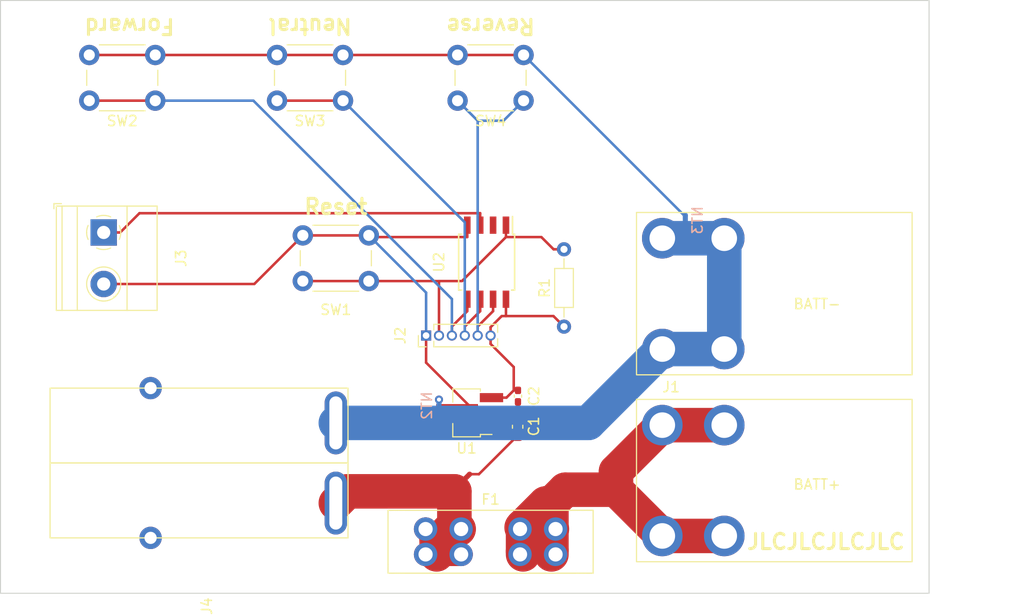
<source format=kicad_pcb>
(kicad_pcb (version 20211014) (generator pcbnew)
  (layers (0 "F.Cu" signal) (31 "B.Cu" signal) (34 "B.Paste" user) (35 "F.Paste" user) (36 "B.SilkS" user "B.Silkscreen") (37 "F.SilkS" user "F.Silkscreen") (38 "B.Mask" user) (39 "F.Mask" user) (44 "Edge.Cuts" user))
  (net 0 "")
  (net 1 "+BATT")
  (net 2 "-BATT")
  (net 4 "Net-(J2-Pad2)")
  (net 5 "Net-(C2-Pad2)")
  (net 6 "/Fused BATT+")
  (net 7 "/Low Current Ground")
  (net 8 "/Low Current +")
  (net 9 "Net-(J2-Pad3)")
  (net 10 "Net-(J2-Pad4)")
  (net 11 "Net-(J2-Pad5)")
  (net 12 "Net-(J3-Pad1)")
  (net 13 "Net-(SW2-Pad2)")
  (footprint "NetTie:NetTie-2_SMD_Pad0.5mm" (layer "F.Cu") (at 152.5204 118.1578 -135)
    (fp_text reference "NT1" hide)
    (fp_text value "NetTie_2")
    (fp_poly (pts (xy -0.5 -0.25) (xy 0.5 -0.25) (xy 0.5 0.25) (xy -0.5 0.25)) (layer "F.Cu") (width 0) (fill solid))
    (pad "1" smd circle (at -0.5 0 225) (size 0.5 0.5) (layers "F.Cu") (net 8 "/Low Current +"))
    (pad "2" smd circle (at 0.5 0 225) (size 0.5 0.5) (layers "F.Cu") (net 6 "/Fused BATT+"))
  )
  (footprint "Button_Switch_THT:SW_PUSH_6mm" (layer "F.Cu") (at 142.95 98.77 180)
    (fp_text reference "SW1" (at 3.25 -2.83) (layer "F.SilkS"))
    (fp_text value "SW_Reset")
    (fp_line (start 1 5.5) (end 5.5 5.5) (layer "F.SilkS") (width 0.12))
    (fp_line (start -0.25 1.5) (end -0.25 3) (layer "F.SilkS") (width 0.12))
    (fp_line (start 5.5 -1) (end 1 -1) (layer "F.SilkS") (width 0.12))
    (fp_line (start 6.75 3) (end 6.75 1.5) (layer "F.SilkS") (width 0.12))
    (pad "1" thru_hole circle (at 0 0 270) (size 2 2) (drill 1.1) (layers *.Cu *.Mask) (net 4 "Net-(J2-Pad2)"))
    (pad "1" thru_hole circle (at 6.5 0 270) (size 2 2) (drill 1.1) (layers *.Cu *.Mask) (net 4 "Net-(J2-Pad2)"))
    (pad "2" thru_hole circle (at 0 4.5 270) (size 2 2) (drill 1.1) (layers *.Cu *.Mask) (net 7 "/Low Current Ground"))
    (pad "2" thru_hole circle (at 6.5 4.5 270) (size 2 2) (drill 1.1) (layers *.Cu *.Mask) (net 7 "/Low Current Ground"))
  )
  (footprint "CustomLibrary:PP44_2x1_Horizontal" (layer "F.Cu") (at 139.7 120.65 90)
    (fp_text reference "J4" (at -10.16 -12.7 90 unlocked) (layer "F.SilkS"))
    (fp_text value "Conn_01x02_Male")
    (fp_rect (start -3.43 1.2) (end 3.95 -28.14) (layer "F.SilkS") (width 0.12) (fill none))
    (fp_rect (start 3.95 1.2) (end 11.33 -28.14) (layer "F.SilkS") (width 0.12) (fill none))
    (pad "" np_thru_hole circle (at -3.43 -18.24 90) (size 2.2 2.2) (drill 1.2) (layers F&B.Cu *.Mask))
    (pad "" np_thru_hole circle (at 11.33 -18.24 90) (size 2.2 2.2) (drill 1.2) (layers F&B.Cu *.Mask))
    (pad "1" thru_hole oval (at 0 0 90) (size 6.2 2.2) (drill oval 5.23 1.27) (layers *.Cu *.Mask) (net 6 "/Fused BATT+"))
    (pad "2" thru_hole oval (at 7.9 0 90) (size 6.2 2.2) (drill oval 5.23 1.27) (layers *.Cu *.Mask) (net 2 "-BATT"))
  )
  (footprint "TerminalBlock_Phoenix:TerminalBlock_Phoenix_MKDS-1,5-2-5.08_1x02_P5.08mm_Horizontal" (layer "F.Cu") (at 116.84 93.98 -90)
    (fp_text reference "J3" (at 2.54 -7.62 90) (layer "F.SilkS"))
    (fp_text value "Conn_01x02_Male")
    (fp_line (start -2.6 4.66) (end 7.68 4.66) (layer "F.SilkS") (width 0.12))
    (fp_line (start -2.84 4.9) (end -2.34 4.9) (layer "F.SilkS") (width 0.12))
    (fp_line (start 6.15 -1.275) (end 6.115 -1.239) (layer "F.SilkS") (width 0.12))
    (fp_line (start -2.84 4.16) (end -2.84 4.9) (layer "F.SilkS") (width 0.12))
    (fp_line (start -2.6 4.1) (end 7.68 4.1) (layer "F.SilkS") (width 0.12))
    (fp_line (start 6.355 -1.069) (end 6.308 -1.023) (layer "F.SilkS") (width 0.12))
    (fp_line (start -2.6 2.6) (end 7.68 2.6) (layer "F.SilkS") (width 0.12))
    (fp_line (start -2.6 -2.301) (end 7.68 -2.301) (layer "F.SilkS") (width 0.12))
    (fp_line (start -2.6 -5.261) (end -2.6 4.66) (layer "F.SilkS") (width 0.12))
    (fp_line (start 3.853 1.023) (end 3.806 1.069) (layer "F.SilkS") (width 0.12))
    (fp_line (start -2.6 -5.261) (end 7.68 -5.261) (layer "F.SilkS") (width 0.12))
    (fp_line (start 4.046 1.239) (end 4.011 1.274) (layer "F.SilkS") (width 0.12))
    (fp_line (start 7.68 -5.261) (end 7.68 4.66) (layer "F.SilkS") (width 0.12))
    (fp_arc (start 1.535427 -0.683042) (mid 1.680501 0.000524) (end 1.535 0.684) (layer "F.SilkS") (width 0.12))
    (fp_arc (start -1.535427 0.683042) (mid -1.680501 -0.000524) (end -1.535 -0.684) (layer "F.SilkS") (width 0.12))
    (fp_arc (start -0.683042 -1.535427) (mid 0.000524 -1.680501) (end 0.684 -1.535) (layer "F.SilkS") (width 0.12))
    (fp_arc (start 0.683318 1.534756) (mid 0.349292 1.643288) (end 0 1.68) (layer "F.SilkS") (width 0.12))
    (fp_arc (start 0.028805 1.680253) (mid -0.335551 1.646659) (end -0.684 1.535) (layer "F.SilkS") (width 0.12))
    (fp_circle (center 5.08 0) (end 6.76 0) (layer "F.SilkS") (width 0.12) (fill none))
    (pad "1" thru_hole rect (at 0 0 270) (size 2.6 2.6) (drill 1.3) (layers *.Cu *.Mask) (net 12 "Net-(J3-Pad1)"))
    (pad "2" thru_hole circle (at 5.08 0 270) (size 2.6 2.6) (drill 1.3) (layers *.Cu *.Mask) (net 7 "/Low Current Ground"))
  )
  (footprint "Capacitor_SMD:C_0603_1608Metric_Pad1.08x0.95mm_HandSolder" (layer "F.Cu") (at 157.6046 113.1281 -90)
    (fp_text reference "C1" (at -0.042891 -1.595782 90) (layer "F.SilkS"))
    (fp_text value "0.33uF")
    (fp_line (start -0.146267 0.51) (end 0.146267 0.51) (layer "F.SilkS") (width 0.12))
    (fp_line (start -0.146267 -0.51) (end 0.146267 -0.51) (layer "F.SilkS") (width 0.12))
    (pad "1" smd roundrect (at -0.8625 0 270) (size 1.075 0.95) (layers "F.Cu" "F.Paste" "F.Mask") (net 7 "/Low Current Ground"))
    (pad "2" smd roundrect (at 0.8625 0 270) (size 1.075 0.95) (layers "F.Cu" "F.Paste" "F.Mask") (net 8 "/Low Current +"))
  )
  (footprint "Resistor_THT:R_Axial_DIN0204_L3.6mm_D1.6mm_P7.62mm_Horizontal" (layer "F.Cu") (at 162.17 103.26 90)
    (fp_text reference "R1" (at 3.81 -1.92 90) (layer "F.SilkS"))
    (fp_text value "R_200K")
    (fp_line (start 0.94 0) (end 1.89 0) (layer "F.SilkS") (width 0.12))
    (fp_line (start 5.73 -0.92) (end 1.89 -0.92) (layer "F.SilkS") (width 0.12))
    (fp_line (start 5.73 0.92) (end 5.73 -0.92) (layer "F.SilkS") (width 0.12))
    (fp_line (start 1.89 0.92) (end 5.73 0.92) (layer "F.SilkS") (width 0.12))
    (fp_line (start 1.89 -0.92) (end 1.89 0.92) (layer "F.SilkS") (width 0.12))
    (fp_line (start 6.68 0) (end 5.73 0) (layer "F.SilkS") (width 0.12))
    (pad "1" thru_hole circle (at 0 0 90) (size 1.4 1.4) (drill 0.7) (layers *.Cu *.Mask) (net 5 "Net-(C2-Pad2)"))
    (pad "2" thru_hole oval (at 7.62 0 90) (size 1.4 1.4) (drill 0.7) (layers *.Cu *.Mask) (net 4 "Net-(J2-Pad2)"))
  )
  (footprint "CustomLibrary:MINI_HORIZONTAL_POWER_CLAW" (layer "F.Cu") (at 171.85 123.89)
    (fp_text reference "J1" (at 0.87 -14.67 unlocked) (layer "F.SilkS"))
    (fp_text value "Conn_01x02_Male")
    (fp_text user "BATT-" (at 15.24 -22.86 unlocked) (layer "F.SilkS"))
    (fp_text user "BATT+" (at 15.24 -5.08 unlocked) (layer "F.SilkS"))
    (fp_rect (start -2.54 -31.88) (end 24.6 -15.88) (layer "F.SilkS") (width 0.12) (fill none))
    (fp_rect (start -2.54 -13.46) (end 24.6 2.54) (layer "F.SilkS") (width 0.12) (fill none))
    (pad "1" thru_hole circle (at 0 0) (size 4 4) (drill 2.52) (layers *.Cu *.Mask) (net 1 "+BATT"))
    (pad "1" thru_hole circle (at 0 -10.92) (size 4 4) (drill 2.52) (layers *.Cu *.Mask) (net 1 "+BATT"))
    (pad "1" thru_hole circle (at 6.1 0) (size 4 4) (drill 2.52) (layers *.Cu *.Mask) (net 1 "+BATT"))
    (pad "1" thru_hole circle (at 6.1 -10.92) (size 4 4) (drill 2.52) (layers *.Cu *.Mask) (net 1 "+BATT"))
    (pad "2" thru_hole circle (at 0 -18.42) (size 4 4) (drill 2.52) (layers *.Cu *.Mask) (net 2 "-BATT"))
    (pad "2" thru_hole circle (at 6.1 -18.42) (size 4 4) (drill 2.52) (layers *.Cu *.Mask) (net 2 "-BATT"))
    (pad "2" thru_hole circle (at 6.1 -29.34) (size 4 4) (drill 2.52) (layers *.Cu *.Mask) (net 2 "-BATT"))
    (pad "2" thru_hole circle (at 0 -29.34) (size 4 4) (drill 2.52) (layers *.Cu *.Mask) (net 2 "-BATT"))
  )
  (footprint "Package_TO_SOT_SMD:SOT-89-3_Handsoldering" (layer "F.Cu") (at 152.8775 111.76 180)
    (fp_text reference "U1" (at 0.3 -3.5) (layer "F.SilkS"))
    (fp_text value "uA7805")
    (fp_line (start -2.2 -2.13) (end -1.06 -2.13) (layer "F.SilkS") (width 0.12))
    (fp_line (start 1.66 -2.36) (end 1.66 -1.05) (layer "F.SilkS") (width 0.12))
    (fp_line (start -1.06 -2.36) (end 1.66 -2.36) (layer "F.SilkS") (width 0.12))
    (fp_line (start 1.66 2.36) (end -1.06 2.36) (layer "F.SilkS") (width 0.12))
    (fp_line (start -1.06 2.36) (end -1.06 2.13) (layer "F.SilkS") (width 0.12))
    (fp_line (start 1.66 1.05) (end 1.66 2.36) (layer "F.SilkS") (width 0.12))
    (fp_line (start -1.06 -2.36) (end -1.06 -2.13) (layer "F.SilkS") (width 0.12))
    (pad "1" smd rect (at -2.15 -1.5 180) (size 2.3 0.9) (layers "F.Cu" "F.Paste" "F.Mask") (net 8 "/Low Current +"))
    (pad "2" smd custom (at -2.0625 0 180) (size 2.475 0.9) (layers "F.Cu" "F.Paste" "F.Mask") (net 7 "/Low Current Ground") (options (clearance outline) (anchor rect)) (primitives (gr_poly (pts (xy 5.3625 0.8665) (xy 1.2375 0.8665) (xy 1.2375 -0.8665) (xy 5.3625 -0.8665)) (width 0) (fill yes))))
    (pad "3" smd rect (at -2.15 1.5 180) (size 2.3 0.9) (layers "F.Cu" "F.Paste" "F.Mask") (net 5 "Net-(C2-Pad2)"))
  )
  (footprint "Button_Switch_THT:SW_PUSH_6mm" (layer "F.Cu") (at 140.41 80.99 180)
    (fp_text reference "SW3" (at 3.25 -2) (layer "F.SilkS"))
    (fp_text value "SW_Push")
    (fp_line (start -0.25 1.5) (end -0.25 3) (layer "F.SilkS") (width 0.12))
    (fp_line (start 6.75 3) (end 6.75 1.5) (layer "F.SilkS") (width 0.12))
    (fp_line (start 5.5 -1) (end 1 -1) (layer "F.SilkS") (width 0.12))
    (fp_line (start 1 5.5) (end 5.5 5.5) (layer "F.SilkS") (width 0.12))
    (pad "1" thru_hole circle (at 6.5 0 270) (size 2 2) (drill 1.1) (layers *.Cu *.Mask) (net 10 "Net-(J2-Pad4)"))
    (pad "1" thru_hole circle (at 0 0 270) (size 2 2) (drill 1.1) (layers *.Cu *.Mask) (net 10 "Net-(J2-Pad4)"))
    (pad "2" thru_hole circle (at 6.5 4.5 270) (size 2 2) (drill 1.1) (layers *.Cu *.Mask) (net 13 "Net-(SW2-Pad2)"))
    (pad "2" thru_hole circle (at 0 4.5 270) (size 2 2) (drill 1.1) (layers *.Cu *.Mask) (net 13 "Net-(SW2-Pad2)"))
  )
  (footprint "Package_SO:SOIC-8W_5.3x5.3mm_P1.27mm" (layer "F.Cu") (at 154.55 96.91 -90)
    (fp_text reference "U2" (at 0 4.69 90) (layer "F.SilkS"))
    (fp_text value "ATtiny85-20S")
    (fp_line (start -2.75 -2.755) (end -2.75 -2.55) (layer "F.SilkS") (width 0.15))
    (fp_line (start 2.75 2.755) (end 2.75 2.455) (layer "F.SilkS") (width 0.15))
    (fp_line (start -2.75 -2.755) (end 2.75 -2.755) (layer "F.SilkS") (width 0.15))
    (fp_line (start -2.75 2.755) (end -2.75 2.455) (layer "F.SilkS") (width 0.15))
    (fp_line (start 2.75 -2.755) (end 2.75 -2.455) (layer "F.SilkS") (width 0.15))
    (fp_line (start -2.75 2.755) (end 2.75 2.755) (layer "F.SilkS") (width 0.15))
    (fp_line (start -2.75 -2.55) (end -4.5 -2.55) (layer "F.SilkS") (width 0.15))
    (pad "1" smd rect (at -3.65 -1.905 270) (size 1.7 0.65) (layers "F.Cu" "F.Paste" "F.Mask") (net 4 "Net-(J2-Pad2)"))
    (pad "2" smd rect (at -3.65 -0.635 270) (size 1.7 0.65) (layers "F.Cu" "F.Paste" "F.Mask"))
    (pad "3" smd rect (at -3.65 0.635 270) (size 1.7 0.65) (layers "F.Cu" "F.Paste" "F.Mask") (net 12 "Net-(J3-Pad1)"))
    (pad "4" smd rect (at -3.65 1.905 270) (size 1.7 0.65) (layers "F.Cu" "F.Paste" "F.Mask") (net 7 "/Low Current Ground"))
    (pad "5" smd rect (at 3.65 1.905 270) (size 1.7 0.65) (layers "F.Cu" "F.Paste" "F.Mask") (net 9 "Net-(J2-Pad3)"))
    (pad "6" smd rect (at 3.65 0.635 270) (size 1.7 0.65) (layers "F.Cu" "F.Paste" "F.Mask") (net 10 "Net-(J2-Pad4)"))
    (pad "7" smd rect (at 3.65 -0.635 270) (size 1.7 0.65) (layers "F.Cu" "F.Paste" "F.Mask") (net 11 "Net-(J2-Pad5)"))
    (pad "8" smd rect (at 3.65 -1.905 270) (size 1.7 0.65) (layers "F.Cu" "F.Paste" "F.Mask") (net 5 "Net-(C2-Pad2)"))
  )
  (footprint "CustomLibrary:Fuseholder_Littelfuse_Style_ATO_Blade" (layer "F.Cu") (at 161.34 125.71 180)
    (fp_text reference "F1" (at 6.4 5.413231 unlocked) (layer "F.SilkS"))
    (fp_text value "Fuse Holder")
    (fp_rect (start -3.7 -1.85) (end 16.5 4.35) (layer "F.SilkS") (width 0.12) (fill none))
    (pad "" np_thru_hole circle (at 6.4 1.25 180) (size 2.5 2.5) (drill 2.5) (layers F&B.Cu *.Mask))
    (pad "" np_thru_hole oval (at 15.4 1.25 180) (size 2 6) (drill oval 2 6) (layers F&B.Cu *.Mask))
    (pad "" np_thru_hole oval (at -2.54 1.25 180) (size 2 6) (drill oval 2 6) (layers F&B.Cu *.Mask))
    (pad "1" thru_hole circle (at 3.5 0 180) (size 2.3 2.3) (drill 1.4) (layers *.Cu *.Mask) (net 1 "+BATT"))
    (pad "1" thru_hole circle (at 0 2.5 180) (size 2.3 2.3) (drill 1.4) (layers *.Cu *.Mask) (net 1 "+BATT"))
    (pad "1" thru_hole circle (at 3.5 2.5 180) (size 2.3 2.3) (drill 1.4) (layers *.Cu *.Mask) (net 1 "+BATT"))
    (pad "1" thru_hole circle (at 0 0 180) (size 2.3 2.3) (drill 1.4) (layers *.Cu *.Mask) (net 1 "+BATT"))
    (pad "2" thru_hole circle (at 12.8 0 180) (size 2.3 2.3) (drill 1.4) (layers *.Cu *.Mask) (net 6 "/Fused BATT+"))
    (pad "2" thru_hole circle (at 12.8 2.5 180) (size 2.3 2.3) (drill 1.4) (layers *.Cu *.Mask) (net 6 "/Fused BATT+"))
    (pad "2" thru_hole circle (at 9.3 2.5 180) (size 2.3 2.3) (drill 1.4) (layers *.Cu *.Mask) (net 6 "/Fused BATT+"))
    (pad "2" thru_hole circle (at 9.3 0 180) (size 2.3 2.3) (drill 1.4) (layers *.Cu *.Mask) (net 6 "/Fused BATT+"))
  )
  (footprint "Capacitor_SMD:C_0402_1005Metric_Pad0.74x0.62mm_HandSolder" (layer "F.Cu") (at 157.6354 110.1093 90)
    (fp_text reference "C2" (at 0 1.579618 90) (layer "F.SilkS"))
    (fp_text value "0.1uF")
    (fp_line (start -0.115835 0.36) (end 0.115835 0.36) (layer "F.SilkS") (width 0.12))
    (fp_line (start -0.115835 -0.36) (end 0.115835 -0.36) (layer "F.SilkS") (width 0.12))
    (pad "1" smd roundrect (at -0.5675 0 90) (size 0.735 0.62) (layers "F.Cu" "F.Paste" "F.Mask") (net 7 "/Low Current Ground"))
    (pad "2" smd roundrect (at 0.5675 0 90) (size 0.735 0.62) (layers "F.Cu" "F.Paste" "F.Mask") (net 5 "Net-(C2-Pad2)"))
  )
  (footprint "Connector_PinHeader_1.27mm:PinHeader_1x06_P1.27mm_Vertical" (layer "F.Cu") (at 148.59 104.14 90)
    (fp_text reference "J2" (at 0 -2.54 90) (layer "F.SilkS"))
    (fp_text value "Programming_Header")
    (fp_line (start 1.11 0.76) (end 1.11 7.045) (layer "F.SilkS") (width 0.12))
    (fp_line (start -1.11 0.76) (end -0.563471 0.76) (layer "F.SilkS") (width 0.12))
    (fp_line (start -1.11 0) (end -1.11 -0.76) (layer "F.SilkS") (width 0.12))
    (fp_line (start -1.11 7.045) (end -0.30753 7.045) (layer "F.SilkS") (width 0.12))
    (fp_line (start 0.30753 7.045) (end 1.11 7.045) (layer "F.SilkS") (width 0.12))
    (fp_line (start 0.563471 0.76) (end 1.11 0.76) (layer "F.SilkS") (width 0.12))
    (fp_line (start -1.11 0.76) (end -1.11 7.045) (layer "F.SilkS") (width 0.12))
    (fp_line (start -1.11 -0.76) (end 0 -0.76) (layer "F.SilkS") (width 0.12))
    (pad "1" thru_hole rect (at 0 0 90) (size 1 1) (drill 0.65) (layers *.Cu *.Mask) (net 7 "/Low Current Ground"))
    (pad "2" thru_hole oval (at 0 1.27 90) (size 1 1) (drill 0.65) (layers *.Cu *.Mask) (net 4 "Net-(J2-Pad2)"))
    (pad "3" thru_hole oval (at 0 2.54 90) (size 1 1) (drill 0.65) (layers *.Cu *.Mask) (net 9 "Net-(J2-Pad3)"))
    (pad "4" thru_hole oval (at 0 3.81 90) (size 1 1) (drill 0.65) (layers *.Cu *.Mask) (net 10 "Net-(J2-Pad4)"))
    (pad "5" thru_hole oval (at 0 5.08 90) (size 1 1) (drill 0.65) (layers *.Cu *.Mask) (net 11 "Net-(J2-Pad5)"))
    (pad "6" thru_hole oval (at 0 6.35 90) (size 1 1) (drill 0.65) (layers *.Cu *.Mask) (net 5 "Net-(C2-Pad2)"))
  )
  (footprint "Button_Switch_THT:SW_PUSH_6mm" (layer "F.Cu") (at 121.92 80.99 180)
    (fp_text reference "SW2" (at 3.25 -2) (layer "F.SilkS"))
    (fp_text value "SW_Push")
    (fp_line (start 6.75 3) (end 6.75 1.5) (layer "F.SilkS") (width 0.12))
    (fp_line (start 1 5.5) (end 5.5 5.5) (layer "F.SilkS") (width 0.12))
    (fp_line (start -0.25 1.5) (end -0.25 3) (layer "F.SilkS") (width 0.12))
    (fp_line (start 5.5 -1) (end 1 -1) (layer "F.SilkS") (width 0.12))
    (pad "1" thru_hole circle (at 0 0 270) (size 2 2) (drill 1.1) (layers *.Cu *.Mask) (net 9 "Net-(J2-Pad3)"))
    (pad "1" thru_hole circle (at 6.5 0 270) (size 2 2) (drill 1.1) (layers *.Cu *.Mask) (net 9 "Net-(J2-Pad3)"))
    (pad "2" thru_hole circle (at 0 4.5 270) (size 2 2) (drill 1.1) (layers *.Cu *.Mask) (net 13 "Net-(SW2-Pad2)"))
    (pad "2" thru_hole circle (at 6.5 4.5 270) (size 2 2) (drill 1.1) (layers *.Cu *.Mask) (net 13 "Net-(SW2-Pad2)"))
  )
  (footprint "Button_Switch_THT:SW_PUSH_6mm" (layer "F.Cu") (at 158.19 80.99 180)
    (fp_text reference "SW4" (at 3.25 -2) (layer "F.SilkS"))
    (fp_text value "SW_Push")
    (fp_line (start 6.75 3) (end 6.75 1.5) (layer "F.SilkS") (width 0.12))
    (fp_line (start 5.5 -1) (end 1 -1) (layer "F.SilkS") (width 0.12))
    (fp_line (start 1 5.5) (end 5.5 5.5) (layer "F.SilkS") (width 0.12))
    (fp_line (start -0.25 1.5) (end -0.25 3) (layer "F.SilkS") (width 0.12))
    (pad "1" thru_hole circle (at 6.5 0 270) (size 2 2) (drill 1.1) (layers *.Cu *.Mask) (net 11 "Net-(J2-Pad5)"))
    (pad "1" thru_hole circle (at 0 0 270) (size 2 2) (drill 1.1) (layers *.Cu *.Mask) (net 11 "Net-(J2-Pad5)"))
    (pad "2" thru_hole circle (at 6.5 4.5 270) (size 2 2) (drill 1.1) (layers *.Cu *.Mask) (net 13 "Net-(SW2-Pad2)"))
    (pad "2" thru_hole circle (at 0 4.5 270) (size 2 2) (drill 1.1) (layers *.Cu *.Mask) (net 13 "Net-(SW2-Pad2)"))
  )
  (footprint "NetTie:NetTie-2_SMD_Pad0.5mm" (layer "B.Cu") (at 149.86 111.0482 90)
    (fp_text reference "NT2" (at 0 -1.201734 90) (layer "B.SilkS") (effects (justify mirror)))
    (fp_text value "NetTie_2")
    (fp_poly (pts (xy -0.5 0.25) (xy 0.5 0.25) (xy 0.5 -0.25) (xy -0.5 -0.25)) (layer "B.Cu") (width 0) (fill solid))
    (pad "1" smd circle (at -0.5 0 90) (size 0.5 0.5) (layers "B.Cu") (net 2 "-BATT"))
    (pad "2" smd circle (at 0.5 0 90) (size 0.5 0.5) (layers "B.Cu") (net 7 "/Low Current Ground"))
  )
  (footprint "NetTie:NetTie-2_SMD_Pad0.5mm" (layer "B.Cu") (at 174.115789 92.776654 90)
    (fp_text reference "NT3" (at 0 1.2 90) (layer "B.SilkS") (effects (justify mirror)))
    (fp_text value "NetTie_2")
    (fp_poly (pts (xy -0.5 0.25) (xy 0.5 0.25) (xy 0.5 -0.25) (xy -0.5 -0.25)) (layer "B.Cu") (width 0) (fill solid))
    (pad "1" smd circle (at -0.5 0 90) (size 0.5 0.5) (layers "B.Cu") (net 2 "-BATT"))
    (pad "2" smd circle (at 0.5 0 90) (size 0.5 0.5) (layers "B.Cu") (net 13 "Net-(SW2-Pad2)"))
  )
  (gr_rect (start 198.12 129.54) (end 106.68 71.12) (layer "Edge.Cuts") (width 0.1) (fill none))
  (gr_text "Forward" (at 119.38 73.66 180) (layer "F.SilkS") (effects (font (size 1.5 1.5) (thickness 0.3))))
  (gr_text "JLCJLCJLCJLC" (at 187.96 124.46) (layer "F.SilkS") (effects (font (size 1.5 1.5) (thickness 0.3))))
  (gr_text "Reverse" (at 154.94 73.66 180) (layer "F.SilkS") (effects (font (size 1.5 1.5) (thickness 0.3))))
  (gr_text "Reset" (at 139.7 91.44) (layer "F.SilkS") (effects (font (size 1.5 1.5) (thickness 0.3))))
  (gr_text "Neutral" (at 137.16 73.66 180) (layer "F.SilkS") (effects (font (size 1.5 1.5) (thickness 0.3))))
  (segment (start 171.85 112.97) (end 167.293 117.527) (width 3.4) (layer "F.Cu") (net 1))
  (segment (start 158.14 125.41) (end 158.14 125.71) (width 3.4) (layer "F.Cu") (net 1))
  (segment (start 160.93 125.3) (end 160.93 125.71) (width 3.4) (layer "F.Cu") (net 1))
  (segment (start 158.14 125.41) (end 157.84 125.71) (width 2.2998) (layer "F.Cu") (net 1))
  (segment (start 160.9796 123.21) (end 160.93 123.21) (width 3.4) (layer "F.Cu") (net 1))
  (segment (start 160.93 123.21) (end 160.93 125.3) (width 3.4) (layer "F.Cu") (net 1))
  (segment (start 157.9962 123.0607) (end 157.8469 123.21) (width 2.2998) (layer "F.Cu") (net 1))
  (segment (start 158.0835 122.9734) (end 157.9962 123.0607) (width 3.4) (layer "F.Cu") (net 1))
  (segment (start 158.0835 122.9665) (end 158.0835 122.9734) (width 3.4) (layer "F.Cu") (net 1))
  (segment (start 171.85 123.89) (end 177.95 123.89) (width 3.4) (layer "F.Cu") (net 1))
  (segment (start 160.356 120.694) (end 158.14 122.91) (width 3.4) (layer "F.Cu") (net 1))
  (segment (start 167.293 119.333) (end 171.85 123.89) (width 3.4) (layer "F.Cu") (net 1))
  (segment (start 167.293 119.333) (end 162.291 119.333) (width 3.4) (layer "F.Cu") (net 1))
  (segment (start 160.93 120.694) (end 160.93 123.21) (width 3.4) (layer "F.Cu") (net 1))
  (segment (start 160.93 120.694) (end 160.356 120.694) (width 3.4) (layer "F.Cu") (net 1))
  (segment (start 160.356 120.694) (end 158.14 122.91) (width 3.4) (layer "F.Cu") (net 1))
  (segment (start 162.291 119.333) (end 160.93 120.694) (width 3.4) (layer "F.Cu") (net 1))
  (segment (start 158.0835 122.9665) (end 158.027 123.023) (width 3.4) (layer "F.Cu") (net 1))
  (segment (start 158.14 122.91) (end 158.14 125.41) (width 3.4) (layer "F.Cu") (net 1))
  (segment (start 160.93 125.3) (end 161.34 125.71) (width 2.2998) (layer "F.Cu") (net 1))
  (segment (start 167.293 117.527) (end 167.293 119.333) (width 3.4) (layer "F.Cu") (net 1))
  (segment (start 158.14 122.91) (end 158.0835 122.9665) (width 3.4) (layer "F.Cu") (net 1))
  (segment (start 177.95 112.97) (end 171.85 112.97) (width 3.4) (layer "F.Cu") (net 1))
  (segment (start 160.9796 123.21) (end 161.34 123.21) (width 2.2998) (layer "F.Cu") (net 1))
  (segment (start 157.8469 123.21) (end 157.84 123.21) (width 2.2998) (layer "F.Cu") (net 1))
  (segment (start 164.57 112.75) (end 139.7 112.75) (width 3.4) (layer "B.Cu") (net 2))
  (segment (start 171.85 94.55) (end 177.95 94.55) (width 3.4) (layer "B.Cu") (net 2))
  (segment (start 177.95 94.55) (end 177.95 105.47) (width 3.4) (layer "B.Cu") (net 2))
  (segment (start 177.95 105.47) (end 171.85 105.47) (width 3.4) (layer "B.Cu") (net 2))
  (segment (start 171.85 105.47) (end 164.57 112.75) (width 3.4) (layer "B.Cu") (net 2))
  (segment (start 161.145 95.64) (end 159.94 94.4353) (width 0.25) (layer "F.Cu") (net 4))
  (segment (start 136.45 98.77) (end 142.95 98.77) (width 0.25) (layer "F.Cu") (net 4))
  (segment (start 156.455 93.26) (end 156.455 94.4353) (width 0.25) (layer "F.Cu") (net 4))
  (segment (start 152.12 98.77) (end 156.455 94.4353) (width 0.25) (layer "F.Cu") (net 4))
  (segment (start 159.94 94.4353) (end 156.455 94.4353) (width 0.25) (layer "F.Cu") (net 4))
  (segment (start 142.95 98.77) (end 149.86 98.77) (width 0.25) (layer "F.Cu") (net 4))
  (segment (start 149.86 98.77) (end 152.12 98.77) (width 0.25) (layer "F.Cu") (net 4))
  (segment (start 149.86 104.14) (end 149.86 98.77) (width 0.25) (layer "F.Cu") (net 4))
  (segment (start 162.17 95.64) (end 161.145 95.64) (width 0.25) (layer "F.Cu") (net 4))
  (segment (start 154.94 104.14) (end 154.94 103.315) (width 0.25) (layer "F.Cu") (net 5))
  (segment (start 157.635 109.542) (end 157.221 109.542) (width 0.25) (layer "F.Cu") (net 5))
  (segment (start 157.6354 109.5418) (end 157.6352 109.5418) (width 0.25) (layer "F.Cu") (net 5))
  (segment (start 156.033 102.222) (end 156.455 102.222) (width 0.25) (layer "F.Cu") (net 5))
  (segment (start 154.94 104.965) (end 157.221 107.246) (width 0.25) (layer "F.Cu") (net 5))
  (segment (start 155.028 110.26) (end 155.0275 110.26) (width 0.25) (layer "F.Cu") (net 5))
  (segment (start 157.6352 109.5418) (end 157.635 109.542) (width 0.25) (layer "F.Cu") (net 5))
  (segment (start 156.503 110.26) (end 157.221 109.542) (width 0.25) (layer "F.Cu") (net 5))
  (segment (start 156.455 102.222) (end 156.455 100.56) (width 0.25) (layer "F.Cu") (net 5))
  (segment (start 157.221 107.246) (end 157.221 109.542) (width 0.25) (layer "F.Cu") (net 5))
  (segment (start 161.132 102.222) (end 162.17 103.26) (width 0.25) (layer "F.Cu") (net 5))
  (segment (start 154.94 104.14) (end 154.94 104.965) (width 0.25) (layer "F.Cu") (net 5))
  (segment (start 155.028 110.26) (end 156.503 110.26) (width 0.25) (layer "F.Cu") (net 5))
  (segment (start 156.455 102.222) (end 161.132 102.222) (width 0.25) (layer "F.Cu") (net 5))
  (segment (start 154.94 103.315) (end 156.033 102.222) (width 0.25) (layer "F.Cu") (net 5))
  (segment (start 151.789 123.21) (end 151.375 122.796) (width 3.4) (layer "F.Cu") (net 6))
  (segment (start 149.628 125.71) (end 152.04 125.71) (width 2.2998) (layer "F.Cu") (net 6))
  (segment (start 151.1842 119.494) (end 151.375 119.494) (width 3.4) (layer "F.Cu") (net 6))
  (segment (start 151.375 119.494) (end 151.375 122.796) (width 3.4) (layer "F.Cu") (net 6))
  (segment (start 149.628 124.298) (end 148.54 123.21) (width 2.2998) (layer "F.Cu") (net 6))
  (segment (start 148.54 125.71) (end 149.628 125.71) (width 2.2998) (layer "F.Cu") (net 6))
  (segment (start 151.79 123.21) (end 152.04 123.21) (width 2.2998) (layer "F.Cu") (net 6))
  (segment (start 140.856 119.494) (end 151.1842 119.494) (width 3.4) (layer "F.Cu") (net 6))
  (segment (start 149.628 125.71) (end 149.628 124.298) (width 3.4) (layer "F.Cu") (net 6))
  (segment (start 149.628 124.298) (end 149.873 124.298) (width 3.4) (layer "F.Cu") (net 6))
  (segment (start 151.3534 119.3248) (end 152.1668 118.5114) (width 0.4998) (layer "F.Cu") (net 6))
  (segment (start 151.79 123.21) (end 151.789 123.21) (width 3.4) (layer "F.Cu") (net 6))
  (segment (start 149.873 124.298) (end 151.375 122.796) (width 3.4) (layer "F.Cu") (net 6))
  (segment (start 139.7 120.65) (end 140.856 119.494) (width 3.4) (layer "F.Cu") (net 6))
  (segment (start 148.59 104.14) (end 148.59 106.807) (width 0.25) (layer "F.Cu") (net 7))
  (segment (start 149.86 111.76) (end 149.86 110.45) (width 0.25) (layer "F.Cu") (net 7))
  (segment (start 154.94 111.76) (end 149.86 111.76) (width 0.25) (layer "F.Cu") (net 7))
  (segment (start 136.46 94.27) (end 131.67 99.06) (width 0.25) (layer "F.Cu") (net 7))
  (segment (start 157.6354 111.4556) (end 157.6354 110.6768) (width 0.25) (layer "F.Cu") (net 7))
  (segment (start 154.94 111.76) (end 157.099 111.76) (width 0.25) (layer "F.Cu") (net 7))
  (segment (start 136.46 94.27) (end 142.95 94.27) (width 0.25) (layer "F.Cu") (net 7))
  (segment (start 157.635 112.235) (end 157.605 112.266) (width 0.25) (layer "F.Cu") (net 7))
  (segment (start 157.605 112.266) (end 157.6046 112.2656) (width 0.25) (layer "F.Cu") (net 7))
  (segment (start 153.543 111.76) (end 154.94 111.76) (width 0.25) (layer "F.Cu") (net 7))
  (segment (start 152.645 94.4353) (end 143.115 94.4353) (width 0.25) (layer "F.Cu") (net 7))
  (segment (start 148.59 106.807) (end 153.543 111.76) (width 0.25) (layer "F.Cu") (net 7))
  (segment (start 143.115 94.4353) (end 142.95 94.27) (width 0.25) (layer "F.Cu") (net 7))
  (segment (start 152.645 93.26) (end 152.645 94.4353) (width 0.25) (layer "F.Cu") (net 7))
  (segment (start 157.635 111.456) (end 157.6354 111.4556) (width 0.25) (layer "F.Cu") (net 7))
  (segment (start 157.099 111.76) (end 157.6046 112.2656) (width 0.25) (layer "F.Cu") (net 7))
  (segment (start 136.45 94.27) (end 136.46 94.27) (width 0.25) (layer "F.Cu") (net 7))
  (segment (start 131.67 99.06) (end 116.84 99.06) (width 0.25) (layer "F.Cu") (net 7))
  (segment (start 157.635 110.677) (end 157.635 111.456) (width 0.25) (layer "F.Cu") (net 7))
  (segment (start 157.635 111.456) (end 157.635 112.235) (width 0.25) (layer "F.Cu") (net 7))
  (via (at 149.86 110.45) (size 0.8) (drill 0.4) (layers "F.Cu" "B.Cu") (net 7))
  (segment (start 148.59 104.14) (end 148.59 99.91) (width 0.25) (layer "B.Cu") (net 7))
  (segment (start 148.59 99.91) (end 142.95 94.27) (width 0.25) (layer "B.Cu") (net 7))
  (segment (start 157.6046 113.9906) (end 157.605 113.991) (width 0.25) (layer "F.Cu") (net 8))
  (segment (start 155.028 113.26) (end 155.0275 113.26) (width 0.25) (layer "F.Cu") (net 8))
  (segment (start 152.8742 117.804) (end 152.874 117.8042) (width 0.25) (layer "F.Cu") (net 8))
  (segment (start 153.791 117.804) (end 152.8742 117.804) (width 0.25) (layer "F.Cu") (net 8))
  (segment (start 156.874 113.26) (end 157.6046 113.9906) (width 0.25) (layer "F.Cu") (net 8))
  (segment (start 152.8742 117.804) (end 152.874 117.804) (width 0.25) (layer "F.Cu") (net 8))
  (segment (start 157.605 113.991) (end 153.791 117.804) (width 0.25) (layer "F.Cu") (net 8))
  (segment (start 155.028 113.26) (end 156.874 113.26) (width 0.25) (layer "F.Cu") (net 8))
  (segment (start 121.92 80.99) (end 115.42 80.99) (width 0.25) (layer "F.Cu") (net 9))
  (segment (start 152.645 101.735) (end 151.13 103.25) (width 0.25) (layer "F.Cu") (net 9))
  (segment (start 152.645 100.56) (end 152.645 101.735) (width 0.25) (layer "F.Cu") (net 9))
  (segment (start 151.13 103.25) (end 151.13 104.14) (width 0.25) (layer "F.Cu") (net 9))
  (segment (start 151.13 104.14) (end 151.13 100.5393) (width 0.25) (layer "B.Cu") (net 9))
  (segment (start 131.5807 80.99) (end 121.92 80.99) (width 0.25) (layer "B.Cu") (net 9))
  (segment (start 151.13 100.5393) (end 131.5807 80.99) (width 0.25) (layer "B.Cu") (net 9))
  (segment (start 153.915 100.56) (end 153.915 101.735) (width 0.25) (layer "F.Cu") (net 10))
  (segment (start 152.4 103.25) (end 152.4 104.14) (width 0.25) (layer "F.Cu") (net 10))
  (segment (start 153.915 101.735) (end 152.4 103.25) (width 0.25) (layer "F.Cu") (net 10))
  (segment (start 140.41 80.99) (end 133.91 80.99) (width 0.25) (layer "F.Cu") (net 10))
  (segment (start 152.4 104.14) (end 152.4 92.98) (width 0.25) (layer "B.Cu") (net 10))
  (segment (start 152.4 92.98) (end 140.41 80.99) (width 0.25) (layer "B.Cu") (net 10))
  (segment (start 155.185 100.56) (end 155.185 101.735) (width 0.25) (layer "F.Cu") (net 11))
  (segment (start 153.67 103.25) (end 153.67 104.14) (width 0.25) (layer "F.Cu") (net 11))
  (segment (start 155.185 101.735) (end 153.67 103.25) (width 0.25) (layer "F.Cu") (net 11))
  (segment (start 153.67 82.97) (end 156.21 82.97) (width 0.25) (layer "B.Cu") (net 11))
  (segment (start 153.67 82.97) (end 151.69 80.99) (width 0.25) (layer "B.Cu") (net 11))
  (segment (start 156.21 82.97) (end 158.19 80.99) (width 0.25) (layer "B.Cu") (net 11))
  (segment (start 153.67 104.14) (end 153.67 82.97) (width 0.25) (layer "B.Cu") (net 11))
  (segment (start 116.84 93.98) (end 118.4653 93.98) (width 0.25) (layer "F.Cu") (net 12))
  (segment (start 153.915 93.26) (end 153.915 92.0847) (width 0.25) (layer "F.Cu") (net 12))
  (segment (start 153.915 92.0847) (end 120.3606 92.0847) (width 0.25) (layer "F.Cu") (net 12))
  (segment (start 120.3606 92.0847) (end 118.4653 93.98) (width 0.25) (layer "F.Cu") (net 12))
  (segment (start 140.41 76.49) (end 151.69 76.49) (width 0.25) (layer "F.Cu") (net 13))
  (segment (start 121.92 76.49) (end 133.91 76.49) (width 0.25) (layer "F.Cu") (net 13))
  (segment (start 133.91 76.49) (end 140.41 76.49) (width 0.25) (layer "F.Cu") (net 13))
  (segment (start 158.19 76.49) (end 151.69 76.49) (width 0.25) (layer "F.Cu") (net 13))
  (segment (start 115.42 76.49) (end 121.92 76.49) (width 0.25) (layer "F.Cu") (net 13))
  (segment (start 158.19 76.49) (end 173.976654 92.276654) (width 0.25) (layer "B.Cu") (net 13))
  (segment (start 173.976654 92.276654) (end 174.115789 92.276654) (width 0.25) (layer "B.Cu") (net 13))
)
</source>
